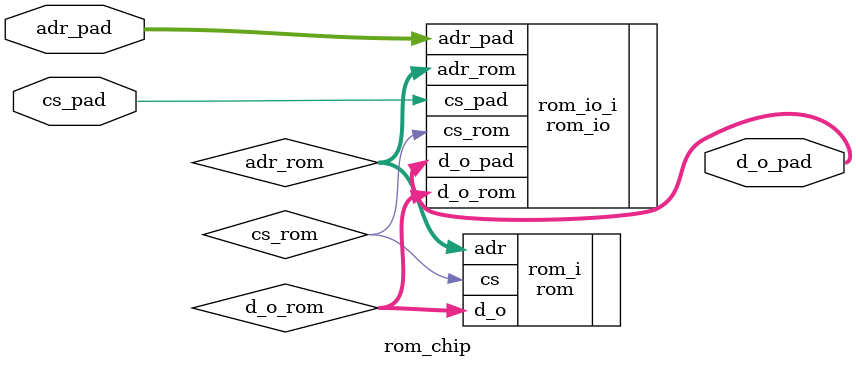
<source format=v>
module rom_chip (
    adr_pad,
    cs_pad,
    d_o_pad
);

input  [9:0]  adr_pad;
input         cs_pad;
output [31:0] d_o_pad;

wire [9:0]  adr_rom;
wire        cs_rom;
wire [31:0] d_o_rom;

rom_io rom_io_i (
    .adr_pad(adr_pad),
    .adr_rom(adr_rom),
    .cs_pad(cs_pad),
    .cs_rom(cs_rom),
    .d_o_pad(d_o_pad),
    .d_o_rom(d_o_rom)
);

rom rom_i (
    .adr(adr_rom),
    .cs(cs_rom),
    .d_o(d_o_rom)
);

endmodule

</source>
